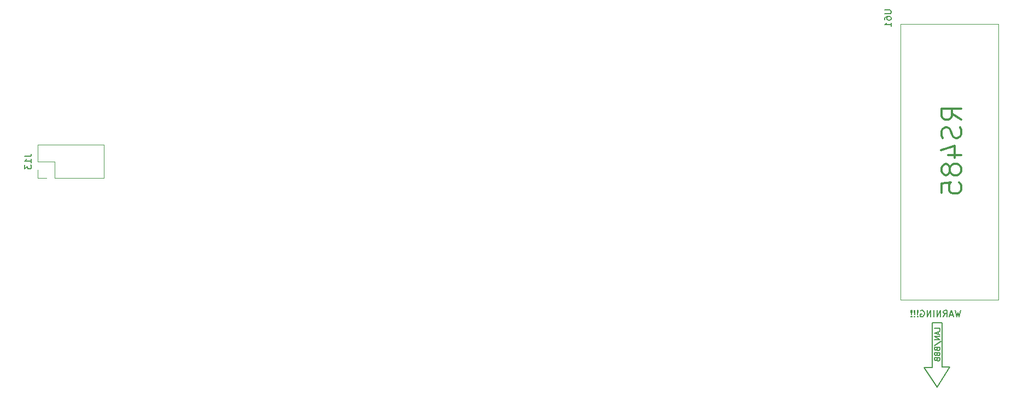
<source format=gbr>
%TF.GenerationSoftware,KiCad,Pcbnew,(5.1.12)-1*%
%TF.CreationDate,2021-12-06T16:24:31+01:00*%
%TF.ProjectId,boneIO_input board,626f6e65-494f-45f6-996e-70757420626f,rev?*%
%TF.SameCoordinates,Original*%
%TF.FileFunction,Legend,Bot*%
%TF.FilePolarity,Positive*%
%FSLAX46Y46*%
G04 Gerber Fmt 4.6, Leading zero omitted, Abs format (unit mm)*
G04 Created by KiCad (PCBNEW (5.1.12)-1) date 2021-12-06 16:24:31*
%MOMM*%
%LPD*%
G01*
G04 APERTURE LIST*
%ADD10C,0.300000*%
%ADD11C,0.200000*%
%ADD12C,0.150000*%
%ADD13C,0.120000*%
G04 APERTURE END LIST*
D10*
X251292142Y-76554285D02*
X249863571Y-75554285D01*
X251292142Y-74840000D02*
X248292142Y-74840000D01*
X248292142Y-75982857D01*
X248435000Y-76268571D01*
X248577857Y-76411428D01*
X248863571Y-76554285D01*
X249292142Y-76554285D01*
X249577857Y-76411428D01*
X249720714Y-76268571D01*
X249863571Y-75982857D01*
X249863571Y-74840000D01*
X251149285Y-77697142D02*
X251292142Y-78125714D01*
X251292142Y-78840000D01*
X251149285Y-79125714D01*
X251006428Y-79268571D01*
X250720714Y-79411428D01*
X250435000Y-79411428D01*
X250149285Y-79268571D01*
X250006428Y-79125714D01*
X249863571Y-78840000D01*
X249720714Y-78268571D01*
X249577857Y-77982857D01*
X249435000Y-77840000D01*
X249149285Y-77697142D01*
X248863571Y-77697142D01*
X248577857Y-77840000D01*
X248435000Y-77982857D01*
X248292142Y-78268571D01*
X248292142Y-78982857D01*
X248435000Y-79411428D01*
X249292142Y-81982857D02*
X251292142Y-81982857D01*
X248149285Y-81268571D02*
X250292142Y-80554285D01*
X250292142Y-82411428D01*
X249577857Y-83982857D02*
X249435000Y-83697142D01*
X249292142Y-83554285D01*
X249006428Y-83411428D01*
X248863571Y-83411428D01*
X248577857Y-83554285D01*
X248435000Y-83697142D01*
X248292142Y-83982857D01*
X248292142Y-84554285D01*
X248435000Y-84840000D01*
X248577857Y-84982857D01*
X248863571Y-85125714D01*
X249006428Y-85125714D01*
X249292142Y-84982857D01*
X249435000Y-84840000D01*
X249577857Y-84554285D01*
X249577857Y-83982857D01*
X249720714Y-83697142D01*
X249863571Y-83554285D01*
X250149285Y-83411428D01*
X250720714Y-83411428D01*
X251006428Y-83554285D01*
X251149285Y-83697142D01*
X251292142Y-83982857D01*
X251292142Y-84554285D01*
X251149285Y-84840000D01*
X251006428Y-84982857D01*
X250720714Y-85125714D01*
X250149285Y-85125714D01*
X249863571Y-84982857D01*
X249720714Y-84840000D01*
X249577857Y-84554285D01*
X248292142Y-87840000D02*
X248292142Y-86411428D01*
X249720714Y-86268571D01*
X249577857Y-86411428D01*
X249435000Y-86697142D01*
X249435000Y-87411428D01*
X249577857Y-87697142D01*
X249720714Y-87840000D01*
X250006428Y-87982857D01*
X250720714Y-87982857D01*
X251006428Y-87840000D01*
X251149285Y-87697142D01*
X251292142Y-87411428D01*
X251292142Y-86697142D01*
X251149285Y-86411428D01*
X251006428Y-86268571D01*
D11*
X247981904Y-109216666D02*
X247981904Y-108835714D01*
X247181904Y-108835714D01*
X247753333Y-109445238D02*
X247753333Y-109826190D01*
X247981904Y-109369047D02*
X247181904Y-109635714D01*
X247981904Y-109902380D01*
X247981904Y-110169047D02*
X247181904Y-110169047D01*
X247981904Y-110626190D01*
X247181904Y-110626190D01*
X247143809Y-111578571D02*
X248172380Y-110892857D01*
X247562857Y-112111904D02*
X247600952Y-112226190D01*
X247639047Y-112264285D01*
X247715238Y-112302380D01*
X247829523Y-112302380D01*
X247905714Y-112264285D01*
X247943809Y-112226190D01*
X247981904Y-112150000D01*
X247981904Y-111845238D01*
X247181904Y-111845238D01*
X247181904Y-112111904D01*
X247220000Y-112188095D01*
X247258095Y-112226190D01*
X247334285Y-112264285D01*
X247410476Y-112264285D01*
X247486666Y-112226190D01*
X247524761Y-112188095D01*
X247562857Y-112111904D01*
X247562857Y-111845238D01*
X247562857Y-112911904D02*
X247600952Y-113026190D01*
X247639047Y-113064285D01*
X247715238Y-113102380D01*
X247829523Y-113102380D01*
X247905714Y-113064285D01*
X247943809Y-113026190D01*
X247981904Y-112950000D01*
X247981904Y-112645238D01*
X247181904Y-112645238D01*
X247181904Y-112911904D01*
X247220000Y-112988095D01*
X247258095Y-113026190D01*
X247334285Y-113064285D01*
X247410476Y-113064285D01*
X247486666Y-113026190D01*
X247524761Y-112988095D01*
X247562857Y-112911904D01*
X247562857Y-112645238D01*
X247562857Y-113711904D02*
X247600952Y-113826190D01*
X247639047Y-113864285D01*
X247715238Y-113902380D01*
X247829523Y-113902380D01*
X247905714Y-113864285D01*
X247943809Y-113826190D01*
X247981904Y-113750000D01*
X247981904Y-113445238D01*
X247181904Y-113445238D01*
X247181904Y-113711904D01*
X247220000Y-113788095D01*
X247258095Y-113826190D01*
X247334285Y-113864285D01*
X247410476Y-113864285D01*
X247486666Y-113826190D01*
X247524761Y-113788095D01*
X247562857Y-113711904D01*
X247562857Y-113445238D01*
X251228095Y-106092380D02*
X250990000Y-107092380D01*
X250799523Y-106378095D01*
X250609047Y-107092380D01*
X250370952Y-106092380D01*
X250037619Y-106806666D02*
X249561428Y-106806666D01*
X250132857Y-107092380D02*
X249799523Y-106092380D01*
X249466190Y-107092380D01*
X248561428Y-107092380D02*
X248894761Y-106616190D01*
X249132857Y-107092380D02*
X249132857Y-106092380D01*
X248751904Y-106092380D01*
X248656666Y-106140000D01*
X248609047Y-106187619D01*
X248561428Y-106282857D01*
X248561428Y-106425714D01*
X248609047Y-106520952D01*
X248656666Y-106568571D01*
X248751904Y-106616190D01*
X249132857Y-106616190D01*
X248132857Y-107092380D02*
X248132857Y-106092380D01*
X247561428Y-107092380D01*
X247561428Y-106092380D01*
X247085238Y-107092380D02*
X247085238Y-106092380D01*
X246609047Y-107092380D02*
X246609047Y-106092380D01*
X246037619Y-107092380D01*
X246037619Y-106092380D01*
X245037619Y-106140000D02*
X245132857Y-106092380D01*
X245275714Y-106092380D01*
X245418571Y-106140000D01*
X245513809Y-106235238D01*
X245561428Y-106330476D01*
X245609047Y-106520952D01*
X245609047Y-106663809D01*
X245561428Y-106854285D01*
X245513809Y-106949523D01*
X245418571Y-107044761D01*
X245275714Y-107092380D01*
X245180476Y-107092380D01*
X245037619Y-107044761D01*
X244990000Y-106997142D01*
X244990000Y-106663809D01*
X245180476Y-106663809D01*
X244561428Y-106997142D02*
X244513809Y-107044761D01*
X244561428Y-107092380D01*
X244609047Y-107044761D01*
X244561428Y-106997142D01*
X244561428Y-107092380D01*
X244561428Y-106711428D02*
X244609047Y-106140000D01*
X244561428Y-106092380D01*
X244513809Y-106140000D01*
X244561428Y-106711428D01*
X244561428Y-106092380D01*
X244085238Y-106997142D02*
X244037619Y-107044761D01*
X244085238Y-107092380D01*
X244132857Y-107044761D01*
X244085238Y-106997142D01*
X244085238Y-107092380D01*
X244085238Y-106711428D02*
X244132857Y-106140000D01*
X244085238Y-106092380D01*
X244037619Y-106140000D01*
X244085238Y-106711428D01*
X244085238Y-106092380D01*
X243609047Y-106997142D02*
X243561428Y-107044761D01*
X243609047Y-107092380D01*
X243656666Y-107044761D01*
X243609047Y-106997142D01*
X243609047Y-107092380D01*
X243609047Y-106711428D02*
X243656666Y-106140000D01*
X243609047Y-106092380D01*
X243561428Y-106140000D01*
X243609047Y-106711428D01*
X243609047Y-106092380D01*
D12*
X246810000Y-108040000D02*
X248320000Y-108040000D01*
X245560000Y-114930000D02*
X247570000Y-117990000D01*
X246810000Y-114930000D02*
X245560000Y-114930000D01*
X247570000Y-117990000D02*
X249570000Y-114900000D01*
X248320000Y-108040000D02*
X248320000Y-114900000D01*
X246810000Y-108050000D02*
X246810000Y-114910000D01*
X249570000Y-114900000D02*
X248320000Y-114900000D01*
D13*
%TO.C,U61*%
X257110000Y-61690000D02*
X257110000Y-104490000D01*
X241890000Y-61690000D02*
X257110000Y-61690000D01*
X241890000Y-104490000D02*
X257110000Y-104490000D01*
X241890000Y-61690000D02*
X241890000Y-104490000D01*
%TO.C,J13*%
X108310000Y-80420000D02*
X108310000Y-83020000D01*
X108310000Y-80420000D02*
X118590000Y-80420000D01*
X118590000Y-80420000D02*
X118590000Y-85620000D01*
X110910000Y-85620000D02*
X118590000Y-85620000D01*
X110910000Y-83020000D02*
X110910000Y-85620000D01*
X108310000Y-83020000D02*
X110910000Y-83020000D01*
X108310000Y-85620000D02*
X109640000Y-85620000D01*
X108310000Y-84290000D02*
X108310000Y-85620000D01*
%TO.C,U61*%
D12*
X239452380Y-59541904D02*
X240261904Y-59541904D01*
X240357142Y-59589523D01*
X240404761Y-59637142D01*
X240452380Y-59732380D01*
X240452380Y-59922857D01*
X240404761Y-60018095D01*
X240357142Y-60065714D01*
X240261904Y-60113333D01*
X239452380Y-60113333D01*
X239452380Y-61018095D02*
X239452380Y-60827619D01*
X239500000Y-60732380D01*
X239547619Y-60684761D01*
X239690476Y-60589523D01*
X239880952Y-60541904D01*
X240261904Y-60541904D01*
X240357142Y-60589523D01*
X240404761Y-60637142D01*
X240452380Y-60732380D01*
X240452380Y-60922857D01*
X240404761Y-61018095D01*
X240357142Y-61065714D01*
X240261904Y-61113333D01*
X240023809Y-61113333D01*
X239928571Y-61065714D01*
X239880952Y-61018095D01*
X239833333Y-60922857D01*
X239833333Y-60732380D01*
X239880952Y-60637142D01*
X239928571Y-60589523D01*
X240023809Y-60541904D01*
X240452380Y-62065714D02*
X240452380Y-61494285D01*
X240452380Y-61780000D02*
X239452380Y-61780000D01*
X239595238Y-61684761D01*
X239690476Y-61589523D01*
X239738095Y-61494285D01*
%TO.C,J13*%
X106322380Y-82210476D02*
X107036666Y-82210476D01*
X107179523Y-82162857D01*
X107274761Y-82067619D01*
X107322380Y-81924761D01*
X107322380Y-81829523D01*
X107322380Y-83210476D02*
X107322380Y-82639047D01*
X107322380Y-82924761D02*
X106322380Y-82924761D01*
X106465238Y-82829523D01*
X106560476Y-82734285D01*
X106608095Y-82639047D01*
X106322380Y-83543809D02*
X106322380Y-84162857D01*
X106703333Y-83829523D01*
X106703333Y-83972380D01*
X106750952Y-84067619D01*
X106798571Y-84115238D01*
X106893809Y-84162857D01*
X107131904Y-84162857D01*
X107227142Y-84115238D01*
X107274761Y-84067619D01*
X107322380Y-83972380D01*
X107322380Y-83686666D01*
X107274761Y-83591428D01*
X107227142Y-83543809D01*
%TD*%
M02*

</source>
